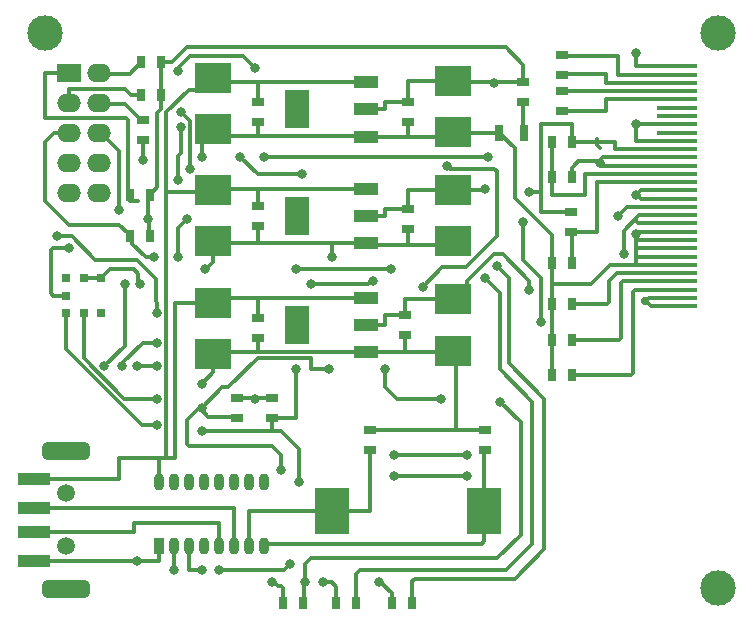
<source format=gbr>
G04*
G04 #@! TF.GenerationSoftware,Altium Limited,Altium Designer,24.4.1 (13)*
G04*
G04 Layer_Physical_Order=1*
G04 Layer_Color=255*
%FSLAX44Y44*%
%MOMM*%
G71*
G04*
G04 #@! TF.SameCoordinates,79D782BA-BD90-4D4D-B637-5DB34664487F*
G04*
G04*
G04 #@! TF.FilePolarity,Positive*
G04*
G01*
G75*
%ADD34R,3.5000X0.4000*%
%ADD35R,0.7500X1.0000*%
%ADD36R,2.7000X1.0000*%
%ADD37O,0.8500X1.4500*%
%ADD38R,0.8500X1.4500*%
%ADD39R,2.8500X3.9500*%
%ADD40R,1.0000X0.7500*%
%ADD41R,0.8000X0.7000*%
%ADD42R,0.8000X0.7000*%
%ADD43R,2.1500X3.2500*%
%ADD44R,2.1500X1.0000*%
%ADD45R,0.7500X1.4000*%
%ADD46R,3.1500X2.5000*%
%ADD47C,0.3000*%
%ADD48O,2.0000X1.5400*%
%ADD49R,2.0000X1.5400*%
G04:AMPARAMS|DCode=50|XSize=4mm|YSize=1.5mm|CornerRadius=0.375mm|HoleSize=0mm|Usage=FLASHONLY|Rotation=180.000|XOffset=0mm|YOffset=0mm|HoleType=Round|Shape=RoundedRectangle|*
%AMROUNDEDRECTD50*
21,1,4.0000,0.7500,0,0,180.0*
21,1,3.2500,1.5000,0,0,180.0*
1,1,0.7500,-1.6250,0.3750*
1,1,0.7500,1.6250,0.3750*
1,1,0.7500,1.6250,-0.3750*
1,1,0.7500,-1.6250,-0.3750*
%
%ADD50ROUNDEDRECTD50*%
%ADD51C,1.5000*%
%ADD52C,3.0000*%
%ADD53C,0.8000*%
%ADD54C,0.7000*%
D34*
X1335000Y1018500D02*
D03*
Y1025500D02*
D03*
Y1032500D02*
D03*
Y1039500D02*
D03*
Y1046500D02*
D03*
Y1053500D02*
D03*
Y1060500D02*
D03*
Y1067500D02*
D03*
Y1074500D02*
D03*
Y1081500D02*
D03*
Y1088500D02*
D03*
Y1095500D02*
D03*
Y1102500D02*
D03*
Y1109500D02*
D03*
Y1116500D02*
D03*
Y1123500D02*
D03*
Y1130500D02*
D03*
Y1137500D02*
D03*
Y1144500D02*
D03*
Y1151500D02*
D03*
Y1158500D02*
D03*
Y1165500D02*
D03*
Y1172500D02*
D03*
Y1179500D02*
D03*
Y1186500D02*
D03*
Y1193500D02*
D03*
Y1200500D02*
D03*
Y1207500D02*
D03*
Y1214500D02*
D03*
Y1221500D02*
D03*
D35*
X1018500Y767500D02*
D03*
X1001500D02*
D03*
X871500Y1112500D02*
D03*
X888500D02*
D03*
X881500Y1225000D02*
D03*
X898500D02*
D03*
X1046500Y767500D02*
D03*
X1063500D02*
D03*
X1094000D02*
D03*
X1111000D02*
D03*
X1246000Y1157500D02*
D03*
X1229000D02*
D03*
X1246000Y1127500D02*
D03*
X1229000D02*
D03*
X1246000Y1055000D02*
D03*
X1229000D02*
D03*
X1246000Y1020000D02*
D03*
X1229000D02*
D03*
X1229000Y990000D02*
D03*
X1246000D02*
D03*
X1229000Y960000D02*
D03*
X1246000D02*
D03*
X881500Y1197500D02*
D03*
X898500D02*
D03*
X871500Y1077500D02*
D03*
X888500D02*
D03*
D36*
X790500Y827500D02*
D03*
Y802500D02*
D03*
Y847500D02*
D03*
Y872500D02*
D03*
D37*
X985400Y870000D02*
D03*
X972700D02*
D03*
X960000D02*
D03*
X947300D02*
D03*
X934600D02*
D03*
X921900D02*
D03*
X909200D02*
D03*
X896500D02*
D03*
X985400Y815500D02*
D03*
X972700D02*
D03*
X960000D02*
D03*
X947300D02*
D03*
X934600D02*
D03*
X921900D02*
D03*
X909200D02*
D03*
D38*
X896500D02*
D03*
D39*
X1043250Y845000D02*
D03*
X1171750D02*
D03*
D40*
X1172500Y896500D02*
D03*
Y913500D02*
D03*
X1075000Y896500D02*
D03*
Y913500D02*
D03*
X1237500Y1201000D02*
D03*
Y1184000D02*
D03*
Y1231000D02*
D03*
Y1214000D02*
D03*
X1245000Y1098500D02*
D03*
Y1081500D02*
D03*
X992500Y924000D02*
D03*
Y941000D02*
D03*
X962500Y924000D02*
D03*
Y941000D02*
D03*
X882500Y1176000D02*
D03*
Y1159000D02*
D03*
X1205000Y1208500D02*
D03*
Y1191500D02*
D03*
X980000Y1174000D02*
D03*
Y1191000D02*
D03*
X1107500Y1174000D02*
D03*
Y1191000D02*
D03*
X980000Y1086500D02*
D03*
Y1103500D02*
D03*
X1107500Y1084000D02*
D03*
Y1101000D02*
D03*
X1105000Y994000D02*
D03*
Y1011000D02*
D03*
X980000Y991500D02*
D03*
Y1008500D02*
D03*
D41*
X847500Y1012500D02*
D03*
X832500D02*
D03*
X817500D02*
D03*
Y1027500D02*
D03*
X847500Y1042500D02*
D03*
X832500D02*
D03*
D42*
X817500D02*
D03*
D43*
X1013250Y1002500D02*
D03*
Y1185000D02*
D03*
Y1095000D02*
D03*
D44*
X1071750Y1025500D02*
D03*
Y1002500D02*
D03*
Y979500D02*
D03*
Y1208000D02*
D03*
Y1185000D02*
D03*
Y1162000D02*
D03*
Y1118000D02*
D03*
Y1095000D02*
D03*
Y1072000D02*
D03*
D45*
X1205500Y1165000D02*
D03*
X1184500D02*
D03*
D46*
X1145000Y1209250D02*
D03*
Y1165750D02*
D03*
X942500Y1116750D02*
D03*
Y1073250D02*
D03*
X1145000Y1116750D02*
D03*
Y1073250D02*
D03*
Y1024250D02*
D03*
Y980750D02*
D03*
X942500Y1021500D02*
D03*
Y978000D02*
D03*
Y1168250D02*
D03*
Y1211750D02*
D03*
D47*
X1220000Y1005000D02*
Y1042500D01*
X1205000Y1057500D02*
X1220000Y1042500D01*
X1205000Y1057500D02*
Y1090000D01*
X1210000Y1032500D02*
Y1040000D01*
X1187500Y1062500D02*
X1210000Y1040000D01*
X1180000Y1062500D02*
X1187500D01*
X1197500Y1110000D02*
X1229000Y1078500D01*
Y1055000D02*
Y1078500D01*
X1197500Y1110000D02*
Y1152000D01*
X990743Y912500D02*
X1000000D01*
X1015000Y870000D02*
Y897500D01*
X1000000Y912500D02*
X1015000Y897500D01*
X921757Y900000D02*
X992500D01*
X1000000Y892500D01*
Y880000D02*
Y892500D01*
X1095000D02*
X1157500D01*
X1095000Y875000D02*
X1157500D01*
X920000Y901757D02*
Y922500D01*
X929043Y931543D01*
X920000Y901757D02*
X921757Y900000D01*
X932500Y912500D02*
X990743D01*
X929043Y931543D02*
X931543D01*
X932500Y932500D01*
X992500Y914257D02*
Y924000D01*
X990743Y912500D02*
X992500Y914257D01*
X1290000Y1062500D02*
Y1082500D01*
Y1060240D02*
Y1062500D01*
X1285000Y1095000D02*
X1292500Y1102500D01*
X1337500D01*
X1290000Y1082500D02*
X1300243Y1092743D01*
X1302000Y1088500D02*
X1337500D01*
X1300257Y1112500D02*
X1304257Y1116500D01*
X1300000Y1112500D02*
X1301257D01*
X1304257Y1109500D01*
Y1116500D02*
X1337500D01*
X1300000Y1112500D02*
X1300257D01*
X1304257Y1109500D02*
X1337500D01*
X1303000Y1095500D02*
X1337500D01*
X1300243Y1092743D02*
X1303000Y1095500D01*
X1300243Y1090257D02*
Y1092743D01*
Y1090257D02*
X1302000Y1088500D01*
X1267500Y1155000D02*
X1270000Y1152500D01*
X1267500Y1155000D02*
Y1160000D01*
X1142500Y1135000D02*
X1180000D01*
X1140000Y1137500D02*
X1142500Y1135000D01*
X1180000D02*
X1182500Y1132500D01*
Y1077550D02*
Y1132500D01*
X1156389Y1051439D02*
X1182500Y1077550D01*
X1136439Y1051439D02*
X1156389D01*
X1120000Y1035000D02*
X1136439Y1051439D01*
X1157500Y1035250D02*
Y1040000D01*
X1105000Y1024250D02*
X1146500D01*
X1157500Y1040000D02*
X1180000Y1062500D01*
X1146500Y1024250D02*
X1157500Y1035250D01*
X1192500Y970000D02*
Y1042500D01*
X1182500Y1052500D02*
X1192500Y1042500D01*
X1107500Y1070000D02*
X1141750D01*
X1145000Y1073250D01*
X1107500Y1070000D02*
Y1084000D01*
X1071750Y1072000D02*
X1073750Y1070000D01*
X1107500D01*
X1184500Y1165000D02*
X1197500Y1152000D01*
X1210000Y1115000D02*
X1220000D01*
X1185000Y965000D02*
Y1030000D01*
X1172500Y1042500D02*
X1185000Y1030000D01*
X1042500Y1072000D02*
X1071750D01*
X1300000Y1081500D02*
X1337500D01*
X1300000Y1074500D02*
X1337500D01*
X1145000Y1165000D02*
X1184500D01*
X1107500Y1162000D02*
X1145000D01*
X1105000Y979500D02*
X1145000D01*
X980000Y1162500D02*
X1071750D01*
X942500D02*
X980000D01*
X942500Y1072000D02*
X980000D01*
X937750Y1162500D02*
X942500D01*
Y979500D02*
X980000D01*
X1015000Y1050000D02*
X1092500D01*
X1025000Y1037500D02*
X1073647D01*
X1076147Y1040000D01*
X1077500D01*
X912500Y1060000D02*
Y1085000D01*
X920000Y1092500D01*
X885000Y1060000D02*
X892500D01*
X873750Y1071250D02*
X885000Y1060000D01*
X873750Y1071250D02*
Y1075250D01*
X871500Y1077500D02*
X873750Y1075250D01*
X822500Y1077500D02*
X842500Y1057500D01*
X877500D02*
X893643Y1041357D01*
X842500Y1057500D02*
X877500D01*
X845400Y1215000D02*
X871500D01*
X887500Y1092500D02*
Y1112750D01*
X922500Y1135000D02*
Y1175000D01*
X895000Y1012500D02*
Y1021143D01*
X817500Y982322D02*
Y1012500D01*
X832500Y974393D02*
Y1012500D01*
Y974393D02*
X866893Y940000D01*
X882322Y917500D02*
X895000D01*
X882500Y987500D02*
X895000D01*
X902500Y890000D02*
Y1115000D01*
X896500Y890000D02*
X902500D01*
Y1115000D02*
X940750D01*
X893643Y1022500D02*
X895000Y1021143D01*
X817500Y982322D02*
X882322Y917500D01*
X866893Y940000D02*
X895000D01*
X902500Y890000D02*
X909657D01*
X902500Y1115000D02*
Y1182500D01*
X877500Y967500D02*
X895000D01*
X893643Y1022500D02*
Y1041357D01*
X902500Y1182500D02*
X921568Y1201568D01*
X892000Y1116000D02*
X895000Y1119000D01*
X898500Y1185571D02*
Y1197500D01*
X895000Y1182071D02*
X898500Y1185571D01*
Y1197500D02*
Y1225000D01*
X895000Y1119000D02*
Y1182071D01*
X887500Y1112750D02*
X890750Y1116000D01*
X892000D01*
X912500Y1145772D02*
X915000Y1148272D01*
X912500Y1125000D02*
Y1145772D01*
X915000Y1148272D02*
Y1170000D01*
X909957Y890000D02*
Y1021500D01*
X910257D02*
X911000D01*
X870000Y1109257D02*
X871757Y1107500D01*
X870000Y1109257D02*
Y1175743D01*
X871757Y1107500D02*
X878270D01*
X887500Y1092500D02*
X888000Y1092000D01*
Y1078000D02*
Y1092000D01*
Y1078000D02*
X888500Y1077500D01*
X1145000Y1208500D02*
X1205000D01*
X967500Y941000D02*
X992500D01*
X862500Y1087500D02*
X870000Y1080000D01*
X879043Y1038457D02*
X880000Y1037500D01*
X875000Y1050000D02*
X879043Y1045957D01*
Y1038457D02*
Y1045957D01*
X855000Y1050000D02*
X875000D01*
X810000Y1077500D02*
X822500D01*
X847500Y1042500D02*
X855000Y1050000D01*
X915000Y1182500D02*
X922500Y1175000D01*
X911000Y1021500D02*
X942500D01*
X940750Y1115000D02*
X942500Y1116750D01*
X967500Y1230000D02*
X977500Y1220000D01*
X921568Y1201568D02*
X932318D01*
X942500Y1211750D01*
X912500Y1220000D02*
X922500Y1230000D01*
X912500Y1217500D02*
Y1220000D01*
X922500Y1230000D02*
X967500D01*
X907500Y1225000D02*
X920000Y1237500D01*
X898500Y1225000D02*
X907500D01*
X920000Y1237500D02*
X1190000D01*
X1205000Y1222500D01*
X965000Y1145000D02*
X980000Y1130000D01*
X1017500D01*
X932500Y1145000D02*
Y1157250D01*
X937750Y1162500D01*
X980000Y1118000D02*
X1071750D01*
X980000Y1103500D02*
Y1118000D01*
X1205000Y1208500D02*
Y1222500D01*
X1002500Y795000D02*
X1007500Y800000D01*
X947500Y795000D02*
X1002500D01*
X867500Y985000D02*
Y1037500D01*
X850000Y967500D02*
X867500Y985000D01*
X832500Y1042500D02*
X847500D01*
X865000Y967500D02*
X865957Y968457D01*
Y970957D01*
X882500Y987500D01*
X1020000Y785000D02*
Y800000D01*
X1025000Y805000D01*
X1182500D01*
X1202500Y825000D01*
Y920000D01*
X1190000Y795000D02*
X1212500Y817500D01*
X1067000Y795000D02*
X1190000D01*
X1063500Y791500D02*
X1067000Y795000D01*
X1093610Y767889D02*
Y775243D01*
Y767889D02*
X1094000Y767500D01*
X1083853Y785000D02*
X1093610Y775243D01*
X1082500Y785000D02*
X1083853D01*
X1035000D02*
X1042500D01*
X992500D02*
X993853D01*
X996931Y781922D01*
X999436D01*
X1001500Y779858D01*
Y767500D02*
Y779858D01*
X1018500Y767500D02*
X1019250Y768250D01*
Y784250D01*
X1020000Y785000D01*
X1111000Y785743D02*
X1112757Y787500D01*
X1197500D02*
X1222500Y812500D01*
X1111000Y767500D02*
Y785743D01*
X1112757Y787500D02*
X1197500D01*
X987400Y817500D02*
X1169993D01*
X985400Y815500D02*
X987400Y817500D01*
X1169993D02*
X1171750Y819257D01*
Y845000D01*
X1212500Y817500D02*
Y937500D01*
X1222500Y812500D02*
Y940000D01*
X1185000Y937500D02*
X1202500Y920000D01*
X1185000Y965000D02*
X1212500Y937500D01*
X1192500Y970000D02*
X1222500Y940000D01*
X820000Y1087500D02*
X862500D01*
X847700Y1165000D02*
X862500Y1150200D01*
Y1100000D02*
Y1150200D01*
X845400Y1165000D02*
X847700D01*
X868243Y1177500D02*
X870000Y1175743D01*
X845400Y1190400D02*
X845800Y1190000D01*
X800000Y1177500D02*
X868243D01*
X845800Y1190000D02*
X867250D01*
X881250Y1176000D01*
X882500D01*
X806757Y1067500D02*
X820000D01*
X805000Y1065743D02*
X806757Y1067500D01*
X805000Y1029257D02*
Y1065743D01*
Y1029257D02*
X806757Y1027500D01*
X817500D01*
X819757Y1164757D02*
X820000Y1165000D01*
X807257Y1164757D02*
X819757D01*
X800000Y1157500D02*
X807257Y1164757D01*
X800000Y1107500D02*
Y1157500D01*
Y1107500D02*
X820000Y1087500D01*
X935000Y1050000D02*
X936250D01*
X942500Y1056250D01*
Y1072000D01*
X985000Y1145000D02*
X1175000D01*
X980000Y1072000D02*
X1042500D01*
Y1060000D02*
Y1072000D01*
X1025000Y965000D02*
X1040000D01*
X1087500Y950000D02*
Y965000D01*
X1097500Y940000D02*
X1135000D01*
X1087500Y950000D02*
X1097500Y940000D01*
X1300000Y1079656D02*
Y1080000D01*
Y1074500D02*
Y1079656D01*
X1308582Y1022500D02*
X1311582Y1025500D01*
X1337500D01*
X1307500Y1022500D02*
X1308582D01*
X1312582Y1018500D02*
X1337500D01*
X1308582Y1022500D02*
X1312582Y1018500D01*
X1046500Y767500D02*
Y781000D01*
X1042500Y785000D02*
X1046500Y781000D01*
X1063500Y767500D02*
Y791500D01*
X1075000Y913500D02*
X1147500D01*
X1172500D01*
X1145000Y980750D02*
X1147500Y978250D01*
Y913500D02*
Y978250D01*
X921900Y795000D02*
X932500D01*
X921900D02*
Y815500D01*
X909200Y795000D02*
Y815500D01*
X907500Y795000D02*
X909200D01*
X980000Y975000D02*
X1025000D01*
X955000Y950000D02*
X980000Y975000D01*
X1025000Y965000D02*
Y975000D01*
X950000Y950000D02*
X955000D01*
X932500Y932500D02*
X950000Y950000D01*
X992500Y924000D02*
X1012500D01*
Y965000D01*
X942500Y978000D02*
Y979500D01*
Y962500D02*
Y978000D01*
X932500Y952500D02*
X942500Y962500D01*
X937859Y925000D02*
X961500D01*
X962500Y924000D01*
X932500Y930359D02*
X937859Y925000D01*
X932500Y930359D02*
Y932500D01*
X1284000Y1046500D02*
X1337500D01*
X1277500Y1040000D02*
X1284000Y1046500D01*
X1277500Y1021757D02*
Y1040000D01*
X1262500Y1037500D02*
X1278500Y1053500D01*
X1300000D01*
X1229000Y1037500D02*
X1262500D01*
X1229000D02*
Y1055000D01*
Y1020000D02*
Y1037500D01*
X1300000Y1067500D02*
X1337500D01*
X1300000D02*
Y1074500D01*
Y1060500D02*
Y1067500D01*
Y1053500D02*
Y1060500D01*
Y1053500D02*
X1337500D01*
X1300000Y1060500D02*
X1337500D01*
X1246000Y960000D02*
X1295743D01*
X1297500Y961757D01*
Y1030743D01*
X1299257Y1032500D02*
X1337500D01*
X1297500Y1030743D02*
X1299257Y1032500D01*
X1246000Y990000D02*
X1285743D01*
X1287500Y991757D01*
X1289257Y1039500D02*
X1337500D01*
X1287500Y991757D02*
Y1037743D01*
X1289257Y1039500D01*
X1246000Y1020000D02*
X1275743D01*
X1277500Y1021757D01*
X1300000Y1221500D02*
Y1232500D01*
Y1221500D02*
X1337500D01*
X1300000Y1172500D02*
X1337500D01*
X1300000Y1158500D02*
Y1172500D01*
Y1158500D02*
X1337500D01*
X1272000Y1144500D02*
X1337500D01*
X1270356Y1142856D02*
X1272000Y1144500D01*
X1247757Y1137500D02*
X1247757D01*
X1251362Y1141105D01*
X1267500D01*
X1246000Y1135743D02*
X1247757Y1137500D01*
X1246000Y1127500D02*
Y1135743D01*
X1271125Y1137500D02*
X1337500D01*
X1220000Y1115000D02*
Y1172500D01*
Y1098500D02*
Y1115000D01*
X1145000Y1116750D02*
X1171750D01*
X1172500Y1117500D01*
X882500Y1142500D02*
Y1159000D01*
X872500Y1197500D02*
X881500D01*
X867500Y1202500D02*
X872500Y1197500D01*
X871500Y1215000D02*
X881500Y1225000D01*
X942500Y1072000D02*
Y1073250D01*
Y1162500D02*
Y1168250D01*
Y1025500D02*
X980000D01*
X942500Y1118000D02*
X980000D01*
X942500Y1208000D02*
X980000D01*
X877500Y802500D02*
X896500D01*
X790500D02*
X877500D01*
X972700Y845000D02*
X1043250D01*
X972700Y815500D02*
Y845000D01*
X1171750D02*
Y896500D01*
X1145000Y979500D02*
Y980750D01*
X1075000Y845000D02*
Y896500D01*
X1043250Y845000D02*
X1075000D01*
X1171750Y896500D02*
X1172500D01*
X1246000Y1157500D02*
Y1172500D01*
X1220000D02*
X1246000D01*
X1220000Y1098500D02*
X1245000D01*
X1246000Y1055000D02*
Y1080500D01*
X1245000Y1081500D02*
X1246000Y1080500D01*
X1247500Y1081500D02*
X1267500D01*
Y1123500D01*
X1337500D01*
X1229000Y1127500D02*
Y1157500D01*
Y1112500D02*
Y1127500D01*
Y1112500D02*
X1257500D01*
Y1130500D01*
X1337500D01*
X1246000Y1157500D02*
X1282500D01*
Y1151500D02*
Y1157500D01*
Y1151500D02*
X1337500D01*
X1237500Y1184000D02*
X1275000D01*
Y1193500D01*
X1337500D01*
X1237500Y1200500D02*
X1337500D01*
X1237500D02*
Y1201000D01*
Y1215000D02*
X1275000D01*
X1237500Y1214000D02*
Y1215000D01*
X1275000Y1207500D02*
Y1215000D01*
Y1207500D02*
X1337500D01*
X1237500Y1230000D02*
X1285000D01*
X1237500D02*
Y1231000D01*
X1285000Y1214500D02*
Y1230000D01*
Y1214500D02*
X1337500D01*
X1205000Y1165000D02*
Y1191500D01*
Y1165000D02*
X1205500D01*
X1145000Y1208500D02*
Y1209250D01*
Y1162000D02*
Y1165000D01*
Y1165750D01*
X1229000Y990000D02*
Y1020000D01*
X1229000Y990000D02*
X1229000D01*
X1229000Y960000D02*
Y990000D01*
X1105000Y1011000D02*
Y1024250D01*
X1107500Y1116750D02*
X1145000D01*
X1107500Y1101000D02*
Y1116750D01*
Y1209250D02*
X1145000D01*
X1107500Y1191000D02*
Y1209250D01*
X1087500Y1191000D02*
X1107500D01*
X1087500Y1185000D02*
Y1191000D01*
X1071750Y1185000D02*
X1087500D01*
Y1101000D02*
X1107500D01*
X1087500Y1095000D02*
Y1101000D01*
X1071750Y1095000D02*
X1087500D01*
Y1011000D02*
X1105000D01*
X1087500Y1002500D02*
Y1011000D01*
X1071750Y1002500D02*
X1087500D01*
X1071750Y979500D02*
X1105000D01*
Y994000D01*
X1105000D01*
X1071750Y1162000D02*
X1107500D01*
Y1174000D01*
X980000Y1025500D02*
X1071750D01*
X980000Y1008500D02*
Y1025500D01*
Y1008500D02*
X980000D01*
X980000Y979500D02*
X1071750D01*
X980000D02*
Y991500D01*
X980000D01*
X942500Y1021500D02*
Y1025500D01*
X980000Y1191000D02*
Y1208000D01*
X1071750D01*
Y1162000D02*
Y1162500D01*
X942500Y1208000D02*
Y1211750D01*
Y1116750D02*
Y1118000D01*
X980000Y1072000D02*
Y1086500D01*
X980000Y1162500D02*
Y1174000D01*
X980000D01*
X896500Y870000D02*
Y890000D01*
X862500D02*
X896500D01*
X862500Y872500D02*
Y890000D01*
X790500Y872500D02*
X862500D01*
X960000Y815500D02*
Y847500D01*
X790500D02*
X960000D01*
X947300Y815500D02*
Y835000D01*
X875000D02*
X947300D01*
X875000Y827500D02*
Y835000D01*
X790500Y827500D02*
X875000D01*
X896500Y802500D02*
Y815500D01*
X800000Y1215800D02*
X820000D01*
X800000Y1177500D02*
Y1215800D01*
X820000Y1190400D02*
Y1202500D01*
X867500D01*
X845400Y1215000D02*
Y1215800D01*
D48*
Y1114200D02*
D03*
Y1139600D02*
D03*
Y1165000D02*
D03*
Y1190400D02*
D03*
Y1215800D02*
D03*
X820000Y1114200D02*
D03*
Y1139600D02*
D03*
Y1165000D02*
D03*
Y1190400D02*
D03*
D49*
Y1215800D02*
D03*
D50*
X817500Y779000D02*
D03*
Y896000D02*
D03*
D51*
Y815000D02*
D03*
Y860000D02*
D03*
D52*
X800000Y1250000D02*
D03*
X1370000D02*
D03*
Y780000D02*
D03*
D53*
X1220000Y1005000D02*
D03*
X1210000Y1032500D02*
D03*
X1205000Y1090000D02*
D03*
X1015000Y870000D02*
D03*
X1000000Y880000D02*
D03*
X1095000Y875000D02*
D03*
Y892500D02*
D03*
X1157500Y875000D02*
D03*
Y892500D02*
D03*
X932500Y912500D02*
D03*
X1285000Y1095000D02*
D03*
X1290000Y1062500D02*
D03*
X1300000Y1112500D02*
D03*
X1140000Y1137500D02*
D03*
X1182500Y1052500D02*
D03*
X1210000Y1115000D02*
D03*
X1172500Y1042500D02*
D03*
X1120000Y1035000D02*
D03*
X1092500Y1050000D02*
D03*
X1077500Y1040000D02*
D03*
X920000Y1092500D02*
D03*
X912500Y1060000D02*
D03*
X892500D02*
D03*
X922500Y1135000D02*
D03*
X895000Y1012500D02*
D03*
Y967500D02*
D03*
Y917500D02*
D03*
Y987500D02*
D03*
Y940000D02*
D03*
X912500Y1125000D02*
D03*
X887500Y1092500D02*
D03*
X880000Y1037500D02*
D03*
X915000Y1182500D02*
D03*
Y1170000D02*
D03*
X977500Y1220000D02*
D03*
X912500Y1217500D02*
D03*
X965000Y1145000D02*
D03*
X932500D02*
D03*
X1017500Y1130000D02*
D03*
X1007500Y800000D02*
D03*
X947500Y795000D02*
D03*
X850000Y967500D02*
D03*
X867500Y1037500D02*
D03*
X865000Y967500D02*
D03*
X877500D02*
D03*
X992500Y785000D02*
D03*
X1020000D02*
D03*
X1035000D02*
D03*
X1082500D02*
D03*
X1185000Y937500D02*
D03*
X862500Y1100000D02*
D03*
X810000Y1077500D02*
D03*
X820000Y1067500D02*
D03*
X935000Y1050000D02*
D03*
X985000Y1145000D02*
D03*
X1175000D02*
D03*
X1180000Y1207500D02*
D03*
X882500Y1142500D02*
D03*
X1042500Y1060000D02*
D03*
X1012500Y1050000D02*
D03*
X1025000Y1037500D02*
D03*
X932500Y795000D02*
D03*
X909200D02*
D03*
X877500Y802500D02*
D03*
X932500Y952500D02*
D03*
Y932500D02*
D03*
X977500Y940000D02*
D03*
X1040000Y965000D02*
D03*
X1012500D02*
D03*
X1087500D02*
D03*
X1135000Y940000D02*
D03*
X1172500Y1117500D02*
D03*
X1300000Y1232500D02*
D03*
Y1172500D02*
D03*
X1270000Y1140000D02*
D03*
X1300000Y1079656D02*
D03*
D54*
X1307500Y1022500D02*
D03*
M02*

</source>
